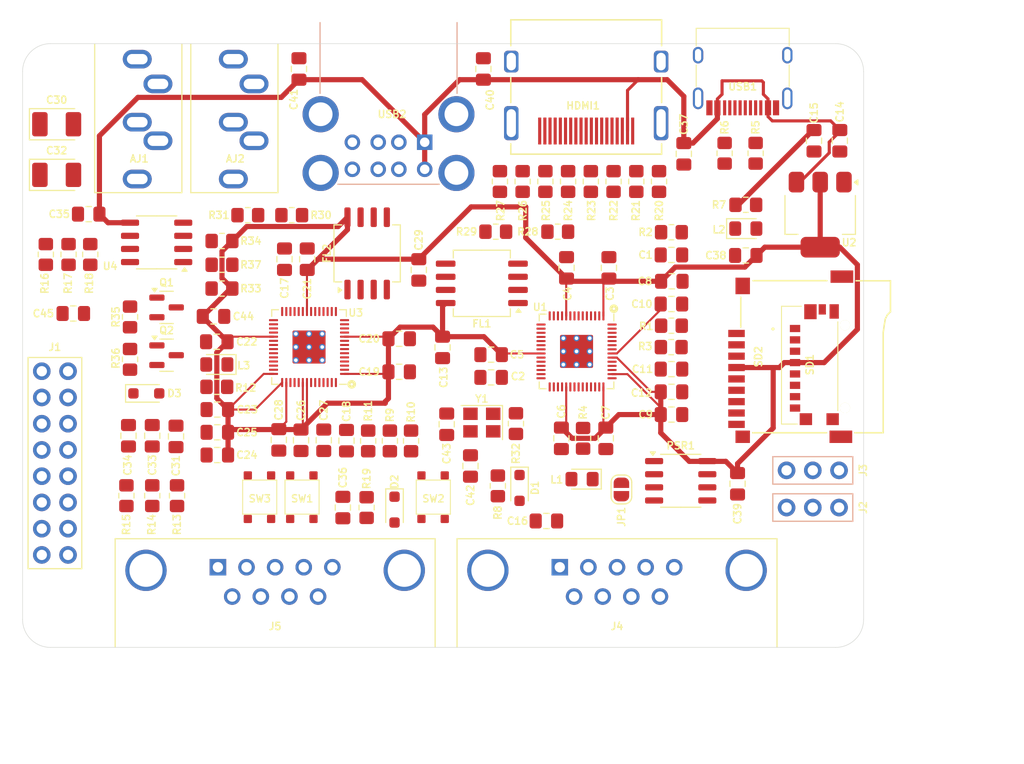
<source format=kicad_pcb>
(kicad_pcb (version 20240108) (generator "pcbnew") (generator_version "8.0")
  (title_block (title "VersaTerm") (date "2025-02-03") (rev "2.01") (company "Mikhail Matveev") (comment 1 "https://github.com/xtremespb/versa"))
  (layers (0 "F.Cu" signal) (31 "B.Cu" signal) (34 "B.Paste" user) (35 "F.Paste" user) (36 "B.SilkS" user "B.Silkscreen") (37 "F.SilkS" user "F.Silkscreen") (38 "B.Mask" user) (39 "F.Mask" user) (44 "Edge.Cuts" user))
  (net 0 "")
  (net 1 "GND")
  (net 2 "/Audio Out/R")
  (net 3 "/Audio Out/L*")
  (net 4 "/Audio Out/R*")
  (net 5 "/Audio Out/L")
  (net 6 "+3V3")
  (net 8 "/LOAD_IN")
  (net 9 "VBUS")
  (net 12 "/GPIO0")
  (net 13 "/GPIO1")
  (net 14 "Net-(U1-VREG_VOUT)")
  (net 15 "/Gamepad 2/+5V")
  (net 16 "Net-(U3-VREG_VOUT)")
  (net 17 "Net-(C32-Pad1)")
  (net 18 "Net-(U4-FLT)")
  (net 19 "/Gamepad 1/+5V")
  (net 20 "/GPIO18")
  (net 21 "/GPIO17")
  (net 22 "/GPIO15")
  (net 23 "/RP1/QSPI_SS")
  (net 24 "/RP1/QSPI_SD2")
  (net 25 "/RP1/QSPI_SD0")
  (net 26 "/RP1/QSPI_SCLK")
  (net 27 "/RP1/QSPI_SD1")
  (net 28 "/RP1/QSPI_SD3")
  (net 29 "/RP2/QSPI_SD2")
  (net 30 "/RP2/QSPI_SS")
  (net 31 "/RP2/QSPI_SD3")
  (net 32 "Net-(L1-A)")
  (net 33 "Net-(L2-A)")
  (net 34 "/RP2/QSPI_SCLK")
  (net 35 "/RP2/QSPI_SD1")
  (net 36 "/RP2/QSPI_SD0")
  (net 37 "/A_OUTB")
  (net 38 "/GPIO26")
  (net 39 "/MS_DATA")
  (net 40 "/MS_CLK")
  (net 41 "Net-(USB1-CC1)")
  (net 42 "Net-(USB1-CC2)")
  (net 43 "/GPIO16")
  (net 44 "/A_OUTR")
  (net 45 "/GPIO19")
  (net 46 "/A_TDAL")
  (net 47 "Net-(HDMI1-D0N)")
  (net 48 "Net-(HDMI1-D2N)")
  (net 49 "/A_OUTL")
  (net 50 "/GPIO6")
  (net 51 "/GPIO22")
  (net 52 "/RUN")
  (net 53 "/GPIO27")
  (net 54 "Net-(HDMI1-CLKN)")
  (net 55 "/GPIO7")
  (net 56 "/GPIO8")
  (net 57 "/A_TDAR")
  (net 58 "Net-(HDMI1-D0P)")
  (net 61 "/GPIO9")
  (net 62 "Net-(HDMI1-D1N)")
  (net 63 "Net-(HDMI1-D2P)")
  (net 64 "/GPIO10")
  (net 65 "Net-(HDMI1-CLKP)")
  (net 66 "/GPIO11")
  (net 67 "/GPIO12")
  (net 68 "Net-(HDMI1-D1P)")
  (net 74 "/GPIO28")
  (net 75 "/GPIO13")
  (net 76 "/GPIO14")
  (net 77 "/RP1_DP")
  (net 78 "/RP2_DP")
  (net 79 "/P_DP")
  (net 80 "/P_DM")
  (net 81 "/RP2_DM")
  (net 82 "/RP1_DM")
  (net 83 "/Gamepad 2/J1_DATA")
  (net 89 "/Gamepad 1/J1_DATA")
  (net 91 "Net-(JP1-A)")
  (net 92 "/GPIO21")
  (net 93 "Net-(L3-A)")
  (net 94 "/GPIO20")
  (net 97 "Net-(Q1-B)")
  (net 98 "Net-(U1-USB_DP)")
  (net 99 "/RP1/~{USB_BOOT}")
  (net 100 "Net-(U1-USB_DM)")
  (net 101 "/RP1/GPIO25")
  (net 102 "Net-(U3-USB_DP)")
  (net 103 "/RP2/~{USB_BOOT}")
  (net 104 "Net-(U3-USB_DM)")
  (net 105 "/RP2/XOUT")
  (net 106 "/RP2/GPIO25")
  (net 107 "Net-(USB2-D1+)")
  (net 108 "/US_D1P")
  (net 109 "Net-(USB2-D2+)")
  (net 110 "/US_D2P")
  (net 111 "/US_D1M")
  (net 112 "Net-(USB2-D1-)")
  (net 113 "/US_D2M")
  (net 114 "Net-(USB2-D2-)")
  (net 115 "/Micro SD/DAT1")
  (net 116 "/GPIO5")
  (net 117 "/GPIO4")
  (net 118 "/Micro SD/POL")
  (net 119 "/Micro SD/DAT2")
  (net 120 "/GPIO2")
  (net 121 "/Micro SD/DET")
  (net 122 "/GPIO3")
  (net 124 "/RP1/GPIO23")
  (net 125 "/RP1/GPIO3")
  (net 126 "/RP1/SWD")
  (net 127 "/RP1/GPIO24")
  (net 128 "/RP1/GPIO29")
  (net 129 "/RP1/SWCLK")
  (net 130 "/RP2/GPIO9")
  (net 131 "/RP2/GPIO7")
  (net 132 "/RP2/SWD")
  (net 133 "/RP2/GPIO27")
  (net 134 "/RP2/GPIO24")
  (net 135 "/RP2/RUN")
  (net 136 "/RP2/SWCLK")
  (net 137 "/RP2/GPIO17")
  (net 138 "/RP2/GPIO23")
  (net 139 "/RP2/GPIO19")
  (net 140 "/RP2/GPIO18")
  (net 141 "/RP2/GPIO16")
  (net 142 "/RP2/GPIO6")
  (net 143 "/RP2/GPIO10")
  (net 144 "/RP2/GPIO20")
  (net 145 "/RP2/GPIO0")
  (net 146 "/RP2/GPIO28")
  (net 147 "/RP2/GPIO13")
  (net 148 "/RP2/GPIO21")
  (net 149 "/RP2/GPIO29")
  (net 150 "/RP2/GPIO1")
  (net 151 "/RP2/GPIO8")
  (net 152 "/RP2/GPIO26")
  (net 153 "/RP2/GPIO22")
  (net 156 "Net-(C30-Pad1)")
  (net 157 "Net-(C42-Pad1)")
  (net 158 "/XIN")
  (net 159 "Net-(C45-Pad2)")
  (net 160 "Net-(D3-A)")
  (net 161 "Net-(D3-K)")
  (net 162 "/XOUT")
  (footprint "FRANK:Resistor (0805)" (layer "F.Cu") (at 190.9 44.540424 -90)
    (property "Reference" "R20")
    (property "Value" "270R" (hide yes))
  )
  (footprint "FRANK:Resistor (0805)" (layer "F.Cu") (at 183.55 69.4 90)
    (property "Reference" "R4")
    (property "Value" "1K" (hide yes))
  )
  (footprint "FRANK:Resistor (0805)" (layer "F.Cu") (at 186.5 44.540424 -90)
    (property "Reference" "R22")
    (property "Value" "270R" (hide yes))
  )
  (footprint "FRANK:Capacitor (0805)" (layer "F.Cu") (at 199.3 51.7)
    (property "Reference" "C38")
    (property "Value" "100n" (hide yes))
  )
  (footprint "FRANK:Capacitor (0805)" (layer "F.Cu") (at 154.65 52.0625 90)
    (property "Reference" "C17")
    (property "Value" "100n" (hide yes))
  )
  (footprint "FRANK:Capacitor (0805)" (layer "F.Cu") (at 180 77.4 180)
    (property "Reference" "C16")
    (property "Value" "100n" (hide yes))
  )
  (footprint "FRANK:Capacitor (0805)" (layer "F.Cu") (at 156.25 69.5875 -90)
    (property "Reference" "C26")
    (property "Value" "100n" (hide yes))
  )
  (footprint "FRANK:Resistor (0805)" (layer "F.Cu") (at 177.7 44.540424 -90)
    (property "Reference" "R26")
    (property "Value" "270R" (hide yes))
  )
  (footprint "FRANK:Capacitor (0805)" (layer "F.Cu") (at 198.5 73.8 -90)
    (property "Reference" "C39")
    (property "Value" "100n" (hide yes))
  )
  (footprint "FRANK:USB Type A (stacked)" (layer "F.Cu") (at 168.22 40.742316 -90)
    (property "Reference" "USB2")
    (property "Value" "SS-52100-004")
  )
  (footprint "FRANK:USB Type C" (layer "F.Cu") (at 199 29.715 180)
    (property "Reference" "USB1")
    (property "Value" "USB4215" (hide yes))
  )
  (footprint "FRANK:Resistor (0805)" (layer "F.Cu") (at 139.7 61.754 90)
    (property "Reference" "R36")
    (property "Value" "10K" (hide yes))
  )
  (footprint "FRANK:SOT-223" (layer "F.Cu") (at 206.5 47.75 -90)
    (property "Reference" "U2")
    (property "Value" "NCP1117 3.3" (hide yes))
  )
  (footprint "FRANK:Resistor (0805)" (layer "F.Cu") (at 155.35 47.8 180)
    (property "Reference" "R30")
    (property "Value" "22R" (hide yes))
  )
  (footprint "FRANK:Capacitor (0805)" (layer "F.Cu") (at 139.55 69.15 -90)
    (property "Reference" "C34")
    (property "Value" "1u" (hide yes))
  )
  (footprint "FRANK:Capacitor (0805)" (layer "F.Cu") (at 158.45 69.5875 -90)
    (property "Reference" "C27")
    (property "Value" "1u" (hide yes))
  )
  (footprint "FRANK:D-SUB (9 pin, male, top mount)" (layer "F.Cu") (at 181.295 81.875)
    (property "Reference" "J4")
    (property "Value" "Gamepad" (hide yes))
  )
  (footprint "FRANK:SOT-23" (layer "F.Cu") (at 143.2375 56.729)
    (property "Reference" "Q1")
    (property "Value" "BC850" (hide yes))
  )
  (footprint "FRANK:Resistor (0805)" (layer "F.Cu") (at 131.55 51.6 -90)
    (property "Reference" "R16")
    (property "Value" "2K" (hide yes))
  )
  (footprint "FRANK:Capacitor (0805)" (layer "F.Cu") (at 144.15 69.2125 -90)
    (property "Reference" "C31")
    (property "Value" "10n" (hide yes))
  )
  (footprint "FRANK:Resistor (0805)" (layer "F.Cu") (at 200.25 41.81 90)
    (property "Reference" "R5")
    (property "Value" "5.1K" (hide yes))
  )
  (footprint "FRANK:Capacitor (0805)" (layer "F.Cu") (at 169.95 60.6 -90)
    (property "Reference" "C13")
    (property "Value" "100n" (hide yes))
  )
  (footprint "FRANK:Button (SMD, 3x3mm)" (layer "F.Cu") (at 153.9 73.44 -90)
    (property "Reference" "SW3")
    (property "Value" "KLS7-TS3302" (hide yes))
  )
  (footprint "FRANK:QFN 56" (layer "F.Cu") (at 157.025 60.5625 180)
    (property "Reference" "U3")
    (property "Value" "RP2040" (hide yes))
  )
  (footprint "FRANK:Pin Header (1x03)" (layer "F.Cu") (at 208.325 72.5 -90)
    (property "Reference" "J3")
    (property "Value" "USB DM" (hide yes))
  )
  (footprint "FRANK:Capacitor (0805)" (layer "F.Cu") (at 154.1 69.55 -90)
    (property "Reference" "C28")
    (property "Value" "1u" (hide yes))
  )
  (footprint "FRANK:Jack (3.5mm)" (layer "F.Cu") (at 140.4 32.7)
    (property "Reference" "AJ1")
    (property "Value" "SJ1-353XNG" (hide yes))
  )
  (footprint "FRANK:Capacitor (0805)" (layer "F.Cu") (at 174.65 63.5 180)
    (property "Reference" "C2")
    (property "Value" "100n" (hide yes))
  )
  (footprint "FRANK:Resistor (0805)" (layer "F.Cu") (at 184.3 44.540424 -90)
    (property "Reference" "R23")
    (property "Value" "270R" (hide yes))
  )
  (footprint "FRANK:Resistor (0805)" (layer "F.Cu") (at 179.9 44.540424 -90)
    (property "Reference" "R25")
    (property "Value" "270R" (hide yes))
  )
  (footprint "FRANK:Capacitor (0805)" (layer "F.Cu") (at 181.95 52.9 90)
    (property "Reference" "C4")
    (property "Value" "100n" (hide yes))
  )
  (footprint "FRANK:HDMI (female)" (layer "F.Cu") (at 183.85 38.894881 180)
    (property "Reference" "HDMI1")
    (property "Value" "DC3RX19JA2" (hide yes))
  )
  (footprint "FRANK:Capacitor (0805)" (layer "F.Cu") (at 135.7 47.7)
    (property "Reference" "C35")
    (property "Value" "47u" (hide yes))
  )
  (footprint "FRANK:Resistor (0805)" (layer "F.Cu") (at 148.6 52.6)
    (property "Reference" "R37")
    (property "Value" "100R" (hide yes))
  )
  (footprint "FRANK:Diode (SOD-323)" (layer "F.Cu") (at 165.3 76.3 -90)
    (property "Reference" "D2")
    (property "Value" "3V3" (hide yes))
  )
  (footprint "FRANK:Capacitor (0805)" (layer "F.Cu") (at 148.1 60.054 180)
    (property "Reference" "C22")
    (property "Value" "100n" (hide yes))
  )
  (footprint "FRANK:Resistor (0805)" (layer "F.Cu") (at 162.75 69.65 -90)
    (property "Reference" "R11")
    (property "Value" "27R" (hide yes))
  )
  (footprint "FRANK:Capacitor (0805)" (layer "F.Cu") (at 192.1 56.4)
    (property "Reference" "C10")
    (property "Value" "100n" (hide yes))
  )
  (footprint "FRANK:MicroSD (SMD, short)" (layer "F.Cu") (at 205.50401 62.319964 90)
    (property "Reference" "SD1")
    (property "Value" "47571-0001" (hide yes))
  )
  (footprint "FRANK:Capacitor (0805)" (layer "F.Cu") (at 192.106 64.9)
    (property "Reference" "C12")
    (property "Value" "1u" (hide yes))
  )
  (footprint "FRANK:D-SUB (9 pin, male, top mount)" (layer "F.Cu") (at 148.205 81.875)
    (property "Reference" "J5")
    (property "Value" "Gamepad" (hide yes))
  )
  (footprint "FRANK:Capacitor (0805)" (layer "F.Cu") (at 181.45 69.4 -90)
    (property "Reference" "C6")
    (property "Value" "100n" (hide yes))
  )
  (footprint "FRANK:Capacitor (0805)" (layer "F.Cu") (at 192.106 67.1)
    (property "Reference" "C9")
    (property "Value" "100n" (hide yes))
  )
  (footprint "FRANK:Resistor (0805)" (layer "F.Cu") (at 139.7 57.65 90)
    (property "Reference" "R35")
    (property "Value" "10K" (hide yes))
  )
  (footprint "FRANK:Resistor (0805)" (layer "F.Cu") (at 175.3 74 -90)
    (property "Reference" "R8")
    (property "Value" "1K" (hide yes))
  )
  (footprint "FRANK:Capacitor (0805)" (layer "F.Cu") (at 156.85 52.0625 90)
    (property "Reference" "C21")
    (property "Value" "100n" (hide yes))
  )
  (footprint "MountingHole:MountingHole_2.7mm" (layer "F.Cu") (at 132.1 86.824)
    (property "Reference" "H4" (hide yes))
    (property "Value" "MountingHole" (hide yes))
  )
  (footprint "FRANK:Resistor (0805)" (layer "F.Cu") (at 162.6 76.1 -90)
    (property "Reference" "R19")
    (property "Value" "1K" (hide yes))
  )
  (footprint "FRANK:Capacitor (0805)" (layer "F.Cu") (at 147.7785 57.6)
    (property "Reference" "C44")
    (property "Value" "100n" (hide yes))
  )
  (footprint "FRANK:Capacitor (0805)" (layer "F.Cu") (at 148.15 68.8165 180)
    (property "Reference" "C25")
    (property "Value" "100n" (hide yes))
  )
  (footprint "FRANK:Resistor (0805)" (layer "F.Cu") (at 164.85 69.65 -90)
    (property "Reference" "R9")
    (property "Value" "27R" (hide yes))
  )
  (footprint "FRANK:Crystal (3225)" (layer "F.Cu") (at 173.75 67.875 180)
    (property "Reference" "Y1")
    (property "Value" "12 MHz" (hide yes))
  )
  (footprint "FRANK:Button (SMD, 3x3mm, 1-1)" (layer "F.Cu") (at 170.705 73.44 -90)
    (property "Reference" "SW2")
    (property "Value" "Reset" (hide yes))
  )
  (footprint "FRANK:QFN 56" (layer "F.Cu") (at 182.9165 60.986 -90)
    (property "Reference" "U1")
    (property "Value" "RP2040" (hide yes))
  )
  (footprint "FRANK:Capacitor (0805)" (layer "F.Cu") (at 192.1 51.65)
    (property "Reference" "C1")
    (property "Value" "100n" (hide yes))
  )
  (footprint "FRANK:Capacitor (0805)" (layer "F.Cu") (at 173.9 33.65 90)
    (property "Reference" "C40")
    (property "Value" "10u" (hide yes))
  )
  (footprint "FRANK:Capacitor (0805)" (layer "F.Cu") (at 186.05 52.9 90)
    (property "Reference" "C3")
    (property "Value" "100n" (hide yes))
  )
  (footprint "FRANK:Capacitor (0805)" (layer "F.Cu") (at 192.106 62.7)
    (property "Reference" "C11")
    (property "Value" "1u" (hide yes))
  )
  (footprint "FRANK:Capacitor (0805)" (layer "F.Cu") (at 167.65 53.1 -90)
    (property "Reference" "C29")
    (property "Value" "100n" (hide yes))
  )
  (footprint "FRANK:Resistor (0805)" (layer "F.Cu") (at 177.05 67.975 -90)
    (property "Reference" "R32")
    (property "Value" "1K" (hide yes))
  )
  (footprint "FRANK:Resistor (0805)" (layer "F.Cu") (at 151.1 47.8)
    (property "Reference" "R31")
    (property "Value" "22R" (hide yes))
  )
  (footprint "FRANK:Resistor (0805)" (layer "F.Cu") (at 166.9 69.65 -90)
    (property "Reference" "R10")
    (property "Value" "1K" (hide yes))
  )
  (footprint "FRANK:MicroSD (SMD, long)" (layer "F.Cu") (at 197.6 61.5 -90)
    (property "Reference" "SD2")
    (property "Value" "104031-0811" (hide yes))
  )
  (footprint "FRANK:LED (0805)" (layer "F.Cu") (at 199.3 49.1)
    (property "Reference" "L2")
    (property "Value" "Green" (hide yes))
  )
  (footprint "FRANK:Capacitor (0805)" (layer "F.Cu") (at 174.65 61.3 180)
    (property "Reference" "C5")
    (property "Value" "100n" (hide yes))
  )
  (footprint "FRANK:Capacitor (0805)" (layer "F.Cu") (at 165.75 59.7625)
    (property "Reference" "C20")
    (property "Value" "100n" (hide yes))
  )
  (footprint "FRANK:Capacitor (0805)" (layer "F.Cu") (at 192.1375 54.2)
    (property "Reference" "C8")
    (property "Value" "100n" (hide yes))
  )
  (footprint "FRANK:Capacitor (0805)" (layer "F.Cu") (at 172.65 72.075 -90)
    (property "Reference" "C42")
    (property "Value" "15p" (hide yes))
  )
  (footprint "FRANK:Capacitor (0805)" (layer "F.Cu") (at 160.3 76.1 90)
    (property "Reference" "C36")
    (property "Value" "100n" (hide yes))
  )
  (footprint "FRANK:Capacitor (0805)" (layer "F.Cu") (at 193.3 41.8625 -90)
    (property "Reference" "C37")
    (property "Value" "100n" (hide yes))
  )
  (footprint "FRANK:Capacitor (0805)" (layer "F.Cu") (at 148.15 66.6165 180)
    (property "Reference" "C23")
    (property "Value" "100n" (hide yes))
  )
  (footprint "FRANK:Resistor (0805)" (layer "F.Cu") (at 141.85 74.95 -90)
    (property "Reference" "R14")
    (property "Value" "330R" (hide yes))
  )
  (footprint "FRANK:Pin Header (1x03)" (layer "F.Cu") (at 208.325 76.1 -90)
    (property "Reference" "J2")
    (property "Value" "USB DP" (hide yes))
  )
  (footprint "FRANK:Capacitor (0805)" (layer "F.Cu") (at 185.75 69.4 -90)
    (property "Reference" "C7")
    (property "Value" "100n" (hide yes))
  )
  (footprint "FRANK:Capacitor (0805)" (layer "F.Cu") (at 170.35 68.0375 -90)
    (property "Reference" "C43")
    (property "Value" "15p" (hide yes))
  )
  (footprint "FRANK:Resistor (0805)" (layer "F.Cu") (at 192.1 58.5 180)
    (property "Reference" "R1")
    (property "Value" "27R" (hide yes))
  )
  (footprint "FRANK:Jack (3.5mm)" (layer "F.Cu") (at 149.7 32.7)
    (property "Reference" "AJ2")
    (property "Value" "SJ1-353XNG" (hide yes))
  )
  (footprint "FRANK:Capacitor (0805)" (layer "F.Cu") (at 160.65 69.625 -90)
    (property "Reference" "C18")
    (property "Value" "100n" (hide yes))
  )
  (footprint "FRANK:Resistor (0805)" (layer "F.Cu") (at 148.1 64.4165)
    (property "Reference" "R12")
    (property "Value" "1K" (hide yes))
  )
  (footprint "FRANK:LED (0805)" (layer "F.Cu") (at 148.1 62.254 180)
    (property "Reference" "L3")
    (property "Value" "Blue" (hide yes))
  )
  (footprint "FRANK:Capacitor (0805)" (layer "F.Cu") (at 134.2095 57.318)
    (property "Reference" "C45")
    (property "Value" "100n" (hide yes))
  )
  (footprint "MountingHole:MountingHole_2.7mm" (layer "F.Cu") (at 132.1 34)
    (property "Reference" "H3" (hide yes))
    (property "Value" "MountingHole" (hide yes))
  )
  (footprint "FRANK:Resistor (0805)" (layer "F.Cu") (at 135.85 51.6 -90)
    (property "Reference" "R18")
    (property "Value" "330R" (hide yes))
  )
  (footprint "FRANK:Resistor (0805)" (layer "F.Cu") (at 148.5965 54.904 180)
    (property "Reference" "R33")
    (property "Value" "10K" (hide yes))
  )
  (footprint "FRANK:SO-8" (layer "F.Cu") (at 193 73.509)
    (property "Reference" "PSR1")
    (property "Value" "ESP-PSRAM32" (hide yes))
  )
  (footprint "FRANK:Capacitor (0805)" (layer "F.Cu") (at 208.4 40.6 -90)
    (property "Reference" "C14")
    (property "Value" "10u" (hide yes))
  )
  (footprint "FRANK:Resistor (0805)" (layer "F.Cu") (at 139.35 74.95 -90)
    (property "Reference" "R15")
    (property "Value" "2K" (hide yes))
  )
  (footprint "FRANK:Resistor (0805)" (layer "F.Cu") (at 175.1 49.4)
    (property "Reference" "R29")
    (property "Value" "22R" (hide yes))
  )
  (footprint "FRANK:Resistor (0805)" (layer "F.Cu") (at 148.6 50.3 180)
    (property "Reference" "R34")
    (property "Value" "1K" (hide yes))
  )
  (footprint "FRANK:Resistor (0805)" (layer "F.Cu") (at 133.75 51.6 -90)
    (property "Reference" "R17")
    (property "Value" "1K" (hide yes))
  )
  (footprint "FRANK:Resistor (0805)" (layer "F.Cu") (at 182.1 44.540424 -90)
    (property "Reference" "R24")
    (property "Value" "270R" (hide yes))
  )
  (footprint "MountingHole:MountingHole_2.7mm" (layer "F.Cu") (at 207.9 86.824)
    (property "Reference" "H2" (hide yes))
    (property "Value" "MountingHole" (hide yes))
  )
  (footprint "FRANK:Resistor (0805)" (layer "F.Cu") (at 192.081 60.571 180)
    (property "Reference" "R3")
    (property "Value" "27R" (hide yes))
  )
  (footprint "FRANK:Capacitor (0805)" (layer "F.Cu") (at 205.9 40.6 -90)
    (property "Reference" "C15")
    (property "Value" "10u" (hide yes))
  )
  (footprint "FRANK:Resistor (0805)" (layer "F.Cu") (at 197.25 41.81 90)
    (property "Reference" "R6")
    (property "Value" "5.1K" (hide yes))
  )
  (footprint "FRANK:Diode (SOD-323)" (layer "F.Cu") (at 141.2785 65.05)
    (property "Reference" "D3")
    (property "Value" "1N4148" (hide yes))
  )
  (footprint "FRANK:SO-8" (layer "F.Cu") (at 142.275 50.435 180)
    (property "Reference" "U4")
    (property "Value" "TDA1387T" (hide yes))
  )
  (footprint "FRANK:Resistor (0805)" (layer "F.Cu") (at 188.7 44.540424 -90)
    (property "Reference" "R21")
    (property "Value" "270R" (hide yes))
  )
  (footprint "FRANK:Capacitor (0805)" (layer "F.Cu") (at 165.75 62.9625)
    (property "Reference" "C19")
    (property "Value" "100n" (hide yes))
  )
  (footprint "FRANK:Jumper (solder)" (layer "F.Cu") (at 187.259649 74.35 90)
    (property "Reference" "JP1")
    (property "Value" "Jumper PSRAM (2.54)" (hide yes))
  )
  (footprint "FRANK:Resistor (0805)" (layer "F.Cu") (at 192.1 49.45)
    (property "Reference" "R2")
    (property "Value" "1K" (hide yes))
  )
  (footprint "FRANK:Resistor (0805)" (layer "F.Cu") (at 199.3 46.8 180)
    (property "Reference" "R7")
    (property "Value" "1K" (hide yes))
  )
  (footprint "FRANK:SOIC-8" (layer "F.Cu") (at 173.75 54.4 180)
    (property "Reference" "FL1")
    (property "Value" "W25Q128JVSIQ" (hide yes))
  )
  (footprint "FRANK:SOIC-8" (layer "F.Cu") (at 162.65 51.5 90)
    (property "Reference" "FL2")
    (property "Value" "W25Q128JVSIQ" (hide yes))
  )
  (footprint "FRANK:Resistor (0805)" (layer "F.Cu") (at 181.1 49.4)
    (property "Reference" "R28")
    (property "Value" "22R" (hide yes))
  )
  (footprint "FRANK:Pin Header (2x08)" (layer "F.Cu") (at 131.16 62.905)
    (property "Reference" "J1")
    (property "Value" "Main Jumpers")
  )
  (footprint "FRANK:Button (SMD, 3x3mm, 1-1)" (layer "F.Cu") (at 158 73.44 -90)
    (property "Reference" "SW1")
    (property "Value" "Reset" (hide yes))
  )
  (footprint "FRANK:Capacitor (0805)" (layer "F.Cu") (at 148.15 71.0165 180)
    (property "Reference" "C24")
    (property "Value" "100n" (hide yes))
  )
  (footprint "FRANK:Capacitor (3528, tantalum, polar)" (layer "F.Cu") (at 132.6 43.9)
    (property "Reference" "C32")
    (property "Value" "10u" (hide yes))
  )
  (footprint "FRANK:Resistor (0805)" (layer "F.Cu") (at 175.5 44.540424 -90)
    (property "Reference" "R27")
    (property "Value" "270R" (hide yes))
  )
  (footprint "FRANK:SOT-23" (layer "F.Cu") (at 143.2375 61.354)
    (property "Reference" "Q2")
    (property "Value" "BC850" (hide yes))
  )
  (footprint "FRANK:Diode (SOD-323)" (layer "F.Cu") (at 177.4 74.2 -90)
    (property "Reference" "D1")
    (property "Value" "3V3" (hide yes))
  )
  (footprint "FRANK:LED (0805)" (layer "F.Cu") (at 183.45 73.35 180)
    (property "Reference" "L1")
    (property "Value" "Blue" (hide yes))
  )
  (footprint "FRANK:Capacitor (0805)" (layer "F.Cu") (at 156.05 33.65 90)
    (property "Reference" "C41")
    (property "Value" "10u" (hide yes))
  )
  (footprint "MountingHole:MountingHole_2.7mm" (layer "F.Cu") (at 207.9 34)
    (property "Reference" "H1" (hide yes))
    (property "Value" "MountingHole" (hide yes))
  )
  (footprint "FRANK:Capacitor (3528, tantalum, polar)" (layer "F.Cu") (at 132.6 39)
    (property "Reference" "C30")
    (property "Value" "10u" (hide yes))
  )
  (footprint "FRANK:Resistor (0805)" (layer "F.Cu") (at 144.25 74.95 -90)
    (property "Reference" "R13")
    (property "Value" "1K" (hide yes))
  )
  (footprint "FRANK:Capacitor (0805)" (layer "F.Cu") (at 141.85 69.15 -90)
    (property "Reference" "C33")
    (property "Value" "10n" (hide yes))
  )
  (gr_arc (start 129.3 33.9) (mid 130.090812 31.990812) (end 132 31.2) (stroke (width 0.05)) (layer "Edge.Cuts"))
  (gr_line (start 132 89.635) (end 208 89.635) (stroke (width 0.05)) (layer "Edge.Cuts"))
  (gr_line (start 132 31.2) (end 208 31.2) (stroke (width 0.05)) (layer "Edge.Cuts"))
  (gr_arc (start 132 89.635) (mid 130.090812 88.844188) (end 129.3 86.935) (stroke (width 0.05)) (layer "Edge.Cuts"))
  (gr_arc (start 210.7 86.935) (mid 209.909188 88.844188) (end 208 89.635) (stroke (width 0.05)) (layer "Edge.Cuts"))
  (gr_line (start 210.7 33.9) (end 210.7 86.935) (stroke (width 0.05)) (layer "Edge.Cuts"))
  (gr_line (start 129.3 33.9) (end 129.3 86.935) (stroke (width 0.05)) (layer "Edge.Cuts"))
  (gr_arc (start 208 31.2) (mid 209.909188 31.990812) (end 210.7 33.9) (stroke (width 0.05)) (layer "Edge.Cuts"))
  (segment (start 186.81715 61.586) (end 190.13115 64.9) (width 0.2) (layer "F.Cu") (net 6))
  (segment (start 182.4875 69.4) (end 181.45 68.3625) (width 0.5) (layer "F.Cu") (net 6))
  (segment (start 172.7125 47) (end 167.65 52.0625) (width 0.5) (layer "F.Cu") (net 6))
  (segment (start 185.5165 54.471) (end 186.05 53.9375) (width 0.2) (layer "F.Cu") (net 6))
  (segment (start 152.6415 63.1625) (end 149.1875 66.6165) (width 0.2) (layer "F.Cu") (net 6))
  (segment (start 149.6 50.3) (end 148.6 51.3) (width 0.5) (layer "F.Cu") (net 6))
  (segment (start 156.825 64) (end 156.825 67.975) (width 0.2) (layer "F.Cu") (net 6))
  (segment (start 181.9165 53.971) (end 181.95 53.9375) (width 0.2) (layer "F.Cu") (net 6))
  (segment (start 208.4 50.9) (end 210.1 52.6) (width 0.5) (layer "F.Cu") (net 6))
  (segment (start 203.030036 62.069964) (end 202.55 62.55) (width 0.5) (layer "F.Cu") (net 6))
  (segment (start 191.1 54.2) (end 182.2125 54.2) (width 0.5) (layer "F.Cu") (net 6))
  (segment (start 181.9165 67.896) (end 181.45 68.3625) (width 0.2) (layer "F.Cu") (net 6))
  (segment (start 159.845 48.9) (end 160.745 48) (width 0.5) (layer "F.Cu") (net 6))
  (segment (start 169.95 56.605) (end 170.25 56.305) (width 0.5) (layer "F.Cu") (net 6))
  (segment (start 181.9165 57.5485) (end 181.9165 53.971) (width 0.2) (layer "F.Cu") (net 6))
  (segment (start 181.95 53.9375) (end 178 49.9875) (width 0.5) (layer "F.Cu") (net 6))
  (segment (start 206.880036 62.069964) (end 203.030036 62.069964) (width 0.5) (layer "F.Cu") (net 6))
  (segment (start 179.479 61.186) (end 175.8015 61.186) (width 0.2) (layer "F.Cu") (net 6))
  (segment (start 191.0685 68.8685) (end 191.0685 64.9) (width 0.5) (layer "F.Cu") (net 6))
  (segment (start 175.8015 61.186) (end 175.6875 61.3) (width 0.2) (layer "F.Cu") (net 6))
  (segment (start 198.3 46.8) (end 198.573834 46.8) (width 0.5) (layer "F.Cu") (net 6))
  (segment (start 164.7125 59.7625) (end 165.8375 58.6375) (width 0.5) (layer "F.Cu") (net 6))
  (segment (start 156.825 57.125) (end 156.825 53.125) (width 0.2) (layer "F.Cu") (net 6))
  (segment (start 146.741 57.6) (end 146.741 57.6575) (width 0.5) (layer "F.Cu") (net 6))
  (segment (start 201.95 68.4) (end 198.5 71.85) (width 0.5) (layer "F.Cu") (net 6))
  (segment (start 185.5165 64.4235) (end 185.5165 68.129) (width 0.2) (layer "F.Cu") (net 6))
  (segment (start 178 47) (end 172.7125 47) (width 0.5) (layer "F.Cu") (net 6))
  (segment (start 193.83 71.63) (end 191.0685 68.8685) (width 0.5) (layer "F.Cu") (net 6))
  (segment (start 154.825 64) (end 154.825 67.7875) (width 0.2) (layer "F.Cu") (net 6))
  (segment (start 149.5965 54.904) (end 149.437 54.904) (width 0.5) (layer "F.Cu") (net 6))
  (segment (start 148.1 65.529) (end 149.1875 66.6165) (width 0.5) (layer "F.Cu") (net 6))
  (segment (start 156.85 53.1) (end 160.745 49.205) (width 0.5) (layer "F.Cu") (net 6))
  (segment (start 210.1 58.85) (end 206.880036 62.069964) (width 0.5) (layer "F.Cu") (net 6))
  (segment (start 160.4625 63.1625) (end 164.5125 63.1625) (width 0.2) (layer "F.Cu") (net 6))
  (segment (start 149.454 68.55) (end 149.1875 68.8165) (width 0.5) (layer "F.Cu") (net 6))
  (segment (start 185.75 68.3625) (end 184.7125 69.4) (width 0.5) (layer "F.Cu") (net 6))
  (segment (start 199.2125 52.825) (end 192.475 52.825) (width 0.5) (layer "F.Cu") (net 6))
  (segment (start 210.1 52.6) (end 210.1 58.85) (width 0.5) (layer "F.Cu") (net 6))
  (segment (start 165.8375 58.6375) (end 169.025 58.6375) (width 0.5) (layer "F.Cu") (net 6))
  (segment (start 157.8875 52.0625) (end 156.85 53.1) (width 0.5) (layer "F.Cu") (net 6))
  (segment (start 181.9165 64.4235) (end 181.9165 67.896) (width 0.2) (layer "F.Cu") (net 6))
  (segment (start 178 49.9875) (end 178 47) (width 0.5) (layer "F.Cu") (net 6))
  (segment (start 187.0125 67.1) (end 185.75 68.3625) (width 0.5) (layer "F.Cu") (net 6))
  (segment (start 149.629 59.5625) (end 149.1375 60.054) (width 0.2) (layer "F.Cu") (net 6))
  (segment (start 206.5 50.9) (end 201.1375 50.9) (width 0.5) (layer "F.Cu") (net 6))
  (segment (start 160.745 49.205) (end 160.745 48) (width 0.5) (layer "F.Cu") (net 6))
  (segment (start 192.475 52.825) (end 191.1 54.2) (width 0.5) (layer "F.Cu") (net 6))
  (segment (start 156.825 67.975) (end 156.25 68.55) (width 0.2) (layer "F.Cu") (net 6))
  (segment (start 146.741 57.6575) (end 149.1375 60.054) (width 0.5) (layer "F.Cu") (net 6))
  (segment (start 151 48.9) (end 159.845 48.9) (width 0.5) (layer "F.Cu") (net 6))
  (segment (start 151.8085 66.6165) (end 149.1875 66.6165) (width 0.2) (layer "F.Cu") (net 6))
  (segment (start 191.0625 56.4) (end 191.0625 56.94065) (width 0.2) (layer "F.Cu") (net 6))
  (segment (start 148.6 53.9075) (end 149.5965 54.904) (width 0.5) (layer "F.Cu") (net 6))
  (segment (start 197.3675 71.63) (end 195.5 71.63) (width 0.5) (layer "F.Cu") (net 6))
  (segment (start 158.8 66) (end 164.4 66) (width 0.5) (layer "F.Cu") (net 6))
  (segment (start 206.5 44.6) (end 206.5 50.9) (width 0.5) (layer "F.Cu") (net 6))
  (segment (start 148.1 61.0915) (end 148.1 65.529) (width 0.5) (layer "F.Cu") (net 6))
  (segment (start 149.1875 66.6165) (end 149.1875 71.0165) (width 0.5) (layer "F.Cu") (net 6))
  (segment (start 154.825 67.7875) (end 154.1 68.5125) (width 0.2) (layer "F.Cu") (net 6))
  (segment (start 167.65 52.0625) (end 157.8875 52.0625) (width 0.5) (layer "F.Cu") (net 6))
  (segment (start 169.025 58.6375) (end 169.95 59.5625) (width 0.5) (layer "F.Cu") (net 6))
  (segment (start 190.13115 64.9) (end 191.0685 64.9) (width 0.2) (layer "F.Cu") (net 6))
  (segment (start 156.425 68.375) (end 156.25 68.55) (width 0.2) (layer "F.Cu") (net 6))
  (segment (start 173.95 59.5625) (end 175.6875 61.3) (width 0.5) (layer "F.Cu") (net 6))
  (segment (start 200.3375 51.7) (end 199.2125 52.825) (width 0.5) (layer "F.Cu") (net 6))
  (segment (start 148.6 51.3) (end 148.6 53.9075) (width 0.5) (layer "F.Cu") (net 6))
  (segment (start 149.437 54.904) (end 146.741 57.6) (width 0.5) (layer "F.Cu") (net 6))
  (segment (start 164.5125 59.5625) (end 164.7125 59.7625) (width 0.2) (layer "F.Cu") (net 6))
  (segment (start 186.81715 61.186) (end 186.354 61.186) (width 0.2) (layer "F.Cu") (net 6))
  (segment (start 156.825 53.125) (end 156.85 53.1) (width 0.2) (layer "F.Cu") (net 6))
  (segment (start 202.55 62.55) (end 201.95 62.55) (width 0.5) (layer "F.Cu") (net 6))
  (segment (start 198.573834 46.8) (end 205.811334 39.5625) (width 0.5) (layer "F.Cu") (net 6))
  (segment (start 191.0685 67.1) (end 187.0125 67.1) (width 0.5) (layer "F.Cu") (net 6))
  (segment (start 195.5 71.63) (end 193.83 71.63) (width 0.5) (layer "F.Cu") (net 6))
  (segment (start 169.95 59.5625) (end 169.95 56.605) (width 0.5) (layer "F.Cu") (net 6))
  (segment (start 186.354 61.586) (end 186.81715 61.586) (width 0.2) (layer "F.Cu") (net 6))
  (segment (start 184.7125 69.4) (end 182.4875 69.4) (width 0.5) (layer "F.Cu") (net 6))
  (segment (start 154.425 64) (end 151.8085 66.6165) (width 0.2) (layer "F.Cu") (net 6))
  (segment (start 191.0625 56.94065) (end 186.81715 61.186) (width 0.2) (layer "F.Cu") (net 6))
  (segment (start 201.1375 50.9) (end 200.3375 51.7) (width 0.5) (layer "F.Cu") (net 6))
  (segment (start 182.2125 54.2) (end 181.95 53.9375) (width 0.5) (layer "F.Cu") (net 6))
  (segment (start 156.425 64) (end 156.425 68.375) (width 0.2) (layer "F.Cu") (net 6))
  (segment (start 149.6 50.3) (end 151 48.9) (width 0.5) (layer "F.Cu") (net 6))
  (segment (start 205.811334 39.5625) (end 205.9 39.5625) (width 0.5) (layer "F.Cu") (net 6))
  (segment (start 206.5 50.9) (end 208.4 50.9) (width 0.5) (layer "F.Cu") (net 6))
  (segment (start 164.4 66) (end 164.4 65.85) (width 0.5) (layer "F.Cu") (net 6))
  (segment (start 185.5165 68.129) (end 185.75 68.3625) (width 0.2) (layer "F.Cu") (net 6))
  (segment (start 156.25 68.55) (end 158.8 66) (width 0.5) (layer "F.Cu") (net 6))
  (segment (start 201.95 62.55) (end 198.4 62.55) (width 0.5) (layer "F.Cu") (net 6))
  (segment (start 186.354 63.186) (end 187.836 63.186) (width 0.2) (layer "F.Cu") (net 6))
  (segment (start 198.5 71.85) (end 198.5 72.7625) (width 0.5) (layer "F.Cu") (net 6))
  (segment (start 153.5875 63.1625) (end 152.6415 63.1625) (width 0.2) (layer "F.Cu") (net 6))
  (segment (start 156.25 68.55) (end 149.454 68.55) (width 0.5) (layer "F.Cu") (net 6))
  (segment (start 160.4625 59.5625) (end 164.5125 59.5625) (width 0.2) (layer "F.Cu") (net 6))
  (segment (start 187.836 63.186) (end 191.0685 66.4185) (width 0.2) (layer "F.Cu") (net 6))
  (segment (start 164.7125 65.5375) (end 164.7125 59.7625) (width 0.5) (layer "F.Cu") (net 6))
  (segment (start 198.5 72.7625) (end 197.3675 71.63) (width 0.5) (layer "F.Cu") (net 6))
  (segment (start 164.5125 63.1625) (end 164.7125 62.9625) (width 0.2) (layer "F.Cu") (net 6))
  (segment (start 149.1375 60.054) (end 148.1 61.0915) (width 0.5) (layer "F.Cu") (net 6))
  (segment (start 153.5875 59.5625) (end 149.629 59.5625) (width 0.2) (layer "F.Cu") (net 6))
  (segment (start 169.95 59.5625) (end 173.95 59.5625) (width 0.5) (layer "F.Cu") (net 6))
  (segment (start 191.0685 66.4185) (end 191.0685 67.1) (width 0.2) (layer "F.Cu") (net 6))
  (segment (start 164.4 65.85) (end 164.7125 65.5375) (width 0.5) (layer "F.Cu") (net 6))
  (segment (start 201.95 62.55) (end 201.95 68.4) (width 0.5) (layer "F.Cu") (net 6))
  (segment (start 185.5165 57.5485) (end 185.5165 54.471) (width 0.2) (layer "F.Cu") (net 6))
  (segment (start 140.461522 36.4) (end 136.7375 40.124022) (width 0.5) (layer "F.Cu") (net 9))
  (segment (start 204.545406 44.6) (end 204.2 44.6) (width 0.3) (layer "F.Cu") (net 9))
  (segment (start 139.7 48.53) (end 137.5675 48.53) (width 0.5) (layer "F.Cu") (net 9))
  (segment (start 197 34.8) (end 200.85 34.8) (width 0.3) (layer "F.Cu") (net 9))
  (segment (start 208.4 39.7) (end 207.375 40.725) (width 0.3) (layer "F.Cu") (net 9))
  (segment (start 171.594256 34.6875) (end 168.22 38.061756) (width 0.5) (layer "F.Cu") (net 9))
  (segment (start 207.375 40.725) (end 207.375 41.770406) (width 0.3) (layer "F.Cu") (net 9))
  (segment (start 196.55 36.550305) (end 197 36.100305) (width 0.3) (layer "F.Cu") (net 9))
  (segment (start 187.85 35.725) (end 188.8875 34.6875) (width 0.3) (layer "F.Cu") (net 9))
  (segment (start 207.375 41.770406) (end 204.545406 44.6) (width 0.3) (layer "F.Cu") (net 9))
  (segment (start 193.3 40.825) (end 193.3 36.3) (width 0.5) (layer "F.Cu") (net 9))
  (segment (start 201.45 37.41) (end 201.45 38.26) (width 0.3) (layer "F.Cu") (net 9))
  (segment (start 193.3 40.825) (end 194.185 40.825) (width 0.5) (layer "F.Cu") (net 9))
  (segment (start 154.3375 36.4) (end 140.461522 36.4) (width 0.5) (layer "F.Cu") (net 9))
  (segment (start 162.165184 34.6875) (end 156.05 34.6875) (width 0.5) (layer "F.Cu") (net 9))
  (segment (start 191.6875 34.6875) (end 188.8875 34.6875) (width 0.5) (layer "F.Cu") (net 9))
  (segment (start 201.45 38.26) (end 201.865 38.675) (width 0.3) (layer "F.Cu") (net 9))
  (segment (start 201.865 38.675) (end 207.5125 38.675) (width 0.3) (layer "F.Cu") (net 9))
  (segment (start 168.22 38.061756) (end 168.22 43.362316) (width 0.5) (layer "F.Cu") (net 9))
  (segment (start 196.55 38.46) (end 196.55 37.41) (width 0.5) (layer "F.Cu") (net 9))
  (segment (start 136.7375 40.124022) (end 136.7375 47.7) (width 0.5) (layer "F.Cu") (net 9))
  (segment (start 201 36.100305) (end 201.45 36.550305) (width 0.3) (layer "F.Cu") (net 9))
  (segment (start 187.85 39.654881) (end 187.85 35.725) (width 0.3) (layer "F.Cu") (net 9))
  (segment (start 137.5675 48.53) (end 136.7375 47.7) (width 0.5) (layer "F.Cu") (net 9))
  (segment (start 156.05 34.6875) (end 154.3375 36.4) (width 0.5) (layer "F.Cu") (net 9))
  (segment (start 197 36.100305) (end 197 34.8) (width 0.3) (layer "F.Cu") (net 9))
  (segment (start 201.45 36.550305) (end 201.45 37.41) (width 0.3) (layer "F.Cu") (net 9))
  (segment (start 201 34.95) (end 201 36.100305) (width 0.3) (layer "F.Cu") (net 9))
  (segment (start 208.4 39.5625) (end 208.4 39.7) (width 0.3) (layer "F.Cu") (net 9))
  (segment (start 194.185 40.825) (end 196.55 38.46) (width 0.5) (layer "F.Cu") (net 9))
  (segment (start 200.85 34.8) (end 201 34.95) (width 0.3) (layer "F.Cu") (net 9))
  (segment (start 196.55 37.41) (end 196.55 36.550305) (width 0.3) (layer "F.Cu") (net 9))
  (segment (start 207.5125 38.675) (end 208.4 39.5625) (width 0.3) (layer "F.Cu") (net 9))
  (segment (start 168.22 40.742316) (end 162.165184 34.6875) (width 0.5) (layer "F.Cu") (net 9))
  (segment (start 173.9 34.6875) (end 171.594256 34.6875) (width 0.5) (layer "F.Cu") (net 9))
  (segment (start 188.8875 34.6875) (end 173.9 34.6875) (width 0.5) (layer "F.Cu") (net 9))
  (segment (start 193.3 36.3) (end 191.6875 34.6875) (width 0.5) (layer "F.Cu") (net 9))
)
</source>
